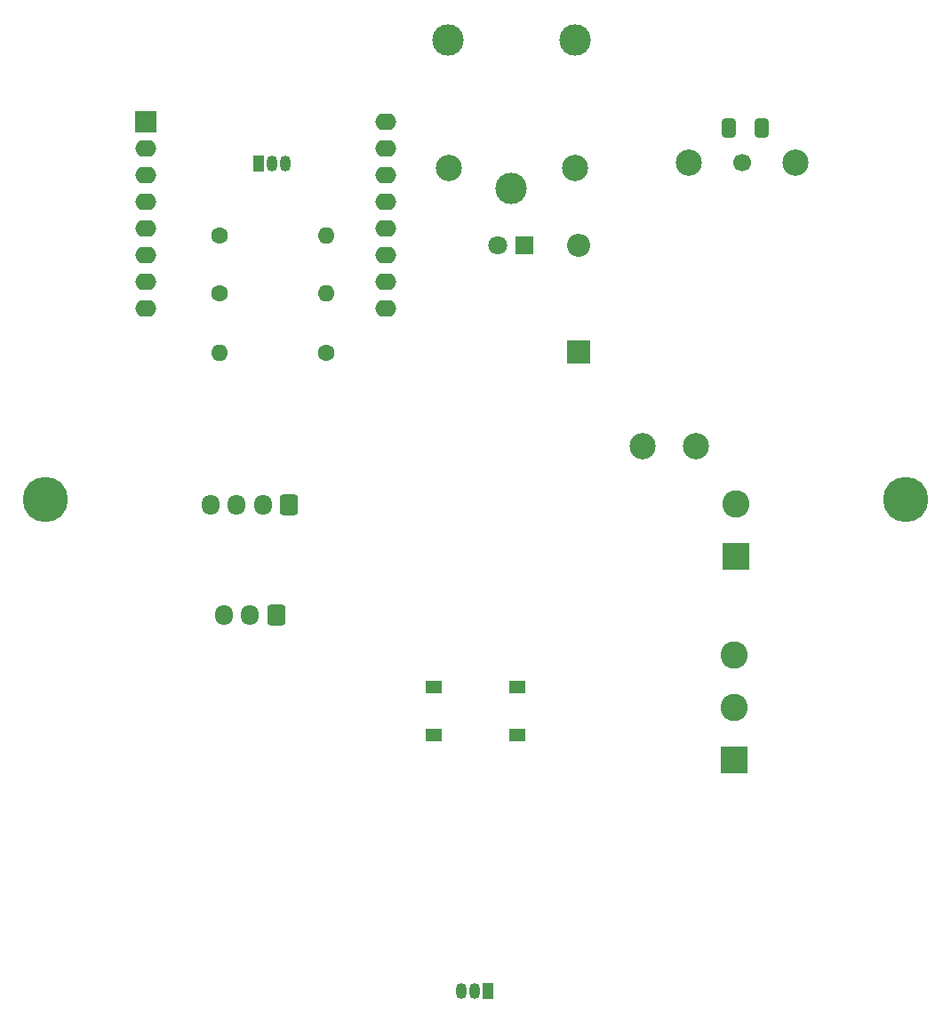
<source format=gbr>
%TF.GenerationSoftware,KiCad,Pcbnew,7.0.10*%
%TF.CreationDate,2025-11-30T18:16:03+01:00*%
%TF.ProjectId,open_thermostat,6f70656e-5f74-4686-9572-6d6f73746174,rev?*%
%TF.SameCoordinates,Original*%
%TF.FileFunction,Soldermask,Top*%
%TF.FilePolarity,Negative*%
%FSLAX46Y46*%
G04 Gerber Fmt 4.6, Leading zero omitted, Abs format (unit mm)*
G04 Created by KiCad (PCBNEW 7.0.10) date 2025-11-30 18:16:03*
%MOMM*%
%LPD*%
G01*
G04 APERTURE LIST*
G04 Aperture macros list*
%AMRoundRect*
0 Rectangle with rounded corners*
0 $1 Rounding radius*
0 $2 $3 $4 $5 $6 $7 $8 $9 X,Y pos of 4 corners*
0 Add a 4 corners polygon primitive as box body*
4,1,4,$2,$3,$4,$5,$6,$7,$8,$9,$2,$3,0*
0 Add four circle primitives for the rounded corners*
1,1,$1+$1,$2,$3*
1,1,$1+$1,$4,$5*
1,1,$1+$1,$6,$7*
1,1,$1+$1,$8,$9*
0 Add four rect primitives between the rounded corners*
20,1,$1+$1,$2,$3,$4,$5,0*
20,1,$1+$1,$4,$5,$6,$7,0*
20,1,$1+$1,$6,$7,$8,$9,0*
20,1,$1+$1,$8,$9,$2,$3,0*%
G04 Aperture macros list end*
%ADD10R,1.550000X1.300000*%
%ADD11C,1.700000*%
%ADD12C,2.500000*%
%ADD13RoundRect,0.250000X-0.412500X-0.650000X0.412500X-0.650000X0.412500X0.650000X-0.412500X0.650000X0*%
%ADD14R,1.050000X1.500000*%
%ADD15O,1.050000X1.500000*%
%ADD16C,1.600000*%
%ADD17O,1.600000X1.600000*%
%ADD18RoundRect,0.250000X0.600000X0.725000X-0.600000X0.725000X-0.600000X-0.725000X0.600000X-0.725000X0*%
%ADD19O,1.700000X1.950000*%
%ADD20R,2.600000X2.600000*%
%ADD21C,2.600000*%
%ADD22R,1.800000X1.800000*%
%ADD23C,1.800000*%
%ADD24R,2.000000X2.000000*%
%ADD25O,2.000000X1.600000*%
%ADD26C,4.300000*%
%ADD27R,2.200000X2.200000*%
%ADD28O,2.200000X2.200000*%
%ADD29C,3.000000*%
G04 APERTURE END LIST*
D10*
%TO.C,SW1*%
X96050000Y-117900000D03*
X104000000Y-117900000D03*
X96050000Y-122400000D03*
X104000000Y-122400000D03*
%TD*%
D11*
%TO.C,PS1*%
X125380000Y-67900000D03*
D12*
X115920000Y-94900000D03*
X121000000Y-94900000D03*
X120300000Y-67900000D03*
X130460000Y-67900000D03*
%TD*%
D13*
%TO.C,C1*%
X124137500Y-64600000D03*
X127262500Y-64600000D03*
%TD*%
D14*
%TO.C,U2*%
X101200000Y-146800000D03*
D15*
X99930000Y-146800000D03*
X98660000Y-146800000D03*
%TD*%
D16*
%TO.C,R1*%
X75640000Y-74833334D03*
D17*
X85800000Y-74833334D03*
%TD*%
D18*
%TO.C,J2*%
X82250000Y-100475000D03*
D19*
X79750000Y-100475000D03*
X77250000Y-100475000D03*
X74750000Y-100475000D03*
%TD*%
D16*
%TO.C,R2*%
X75640000Y-80400000D03*
D17*
X85800000Y-80400000D03*
%TD*%
D20*
%TO.C,J4*%
X124800000Y-105400000D03*
D21*
X124800000Y-100400000D03*
%TD*%
D20*
%TO.C,J1*%
X124600000Y-124800000D03*
D21*
X124600000Y-119800000D03*
X124600000Y-114800000D03*
%TD*%
D22*
%TO.C,D2*%
X104675000Y-75800000D03*
D23*
X102135000Y-75800000D03*
%TD*%
D16*
%TO.C,R4*%
X85800000Y-86000000D03*
D17*
X75640000Y-86000000D03*
%TD*%
D24*
%TO.C,U1*%
X68540000Y-64000000D03*
D25*
X68540000Y-66540000D03*
X68540000Y-69080000D03*
X68540000Y-71620000D03*
X68540000Y-74160000D03*
X68540000Y-76700000D03*
X68540000Y-79240000D03*
X68540000Y-81780000D03*
X91400000Y-81780000D03*
X91400000Y-79240000D03*
X91400000Y-76700000D03*
X91400000Y-74160000D03*
X91400000Y-71620000D03*
X91400000Y-69080000D03*
X91400000Y-66540000D03*
X91400000Y-64000000D03*
%TD*%
D14*
%TO.C,Q1*%
X79330000Y-67960000D03*
D15*
X80600000Y-67960000D03*
X81870000Y-67960000D03*
%TD*%
D26*
%TO.C,H1*%
X59000000Y-100000000D03*
%TD*%
D27*
%TO.C,D1*%
X109800000Y-85960000D03*
D28*
X109800000Y-75800000D03*
%TD*%
D29*
%TO.C,K1*%
X103400000Y-70400000D03*
D12*
X109450000Y-68450000D03*
D29*
X109450000Y-56250000D03*
X97400000Y-56200000D03*
D12*
X97450000Y-68450000D03*
%TD*%
D26*
%TO.C,H2*%
X141000000Y-100000000D03*
%TD*%
D18*
%TO.C,J3*%
X81000000Y-111000000D03*
D19*
X78500000Y-111000000D03*
X76000000Y-111000000D03*
%TD*%
M02*

</source>
